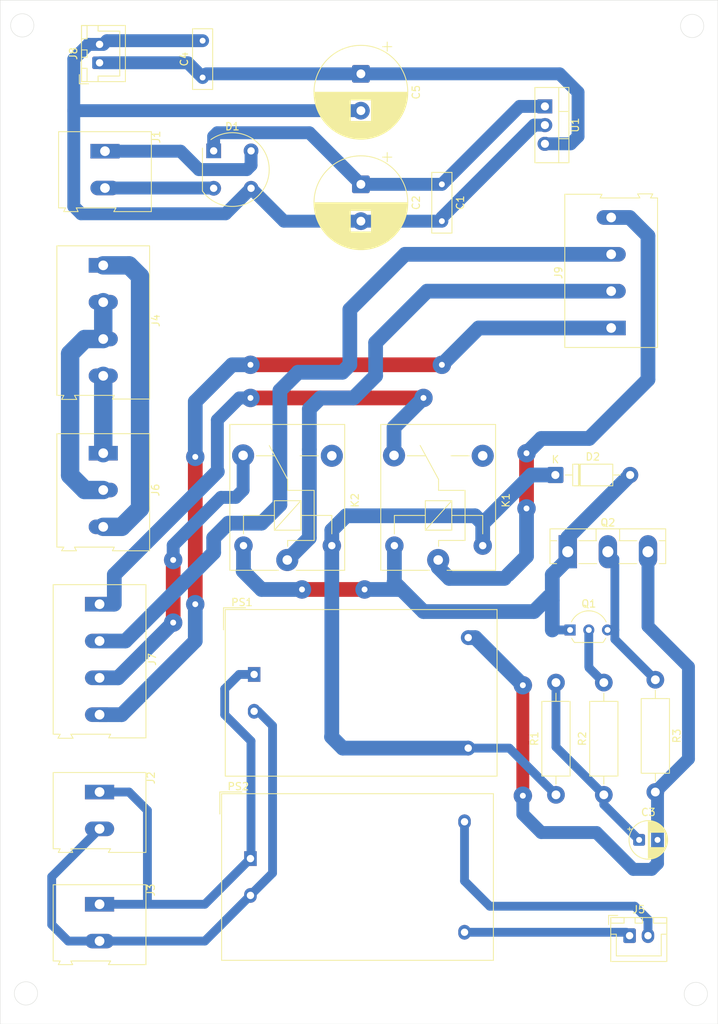
<source format=kicad_pcb>
(kicad_pcb (version 20241229) (generator "pcbnew") (generator_version "9.0")
  (layers (0 "F.Cu" signal) (2 "B.Cu" signal) (13 "F.Paste" user) (15 "B.Paste" user) (5 "F.SilkS" user "F.Silkscreen") (7 "B.SilkS" user "B.Silkscreen") (1 "F.Mask" user) (3 "B.Mask" user) (25 "Edge.Cuts" user))
  (net 0 "")
  (net 1 "Net-(D1-+)")
  (net 2 "Net-(C3-Pad1)")
  (net 3 "0")
  (net 4 "Net-(J8-Pin_1)")
  (net 5 "Net-(J1-Pin_1)")
  (net 6 "Net-(J1-Pin_2)")
  (net 7 "Net-(D2-A)")
  (net 8 "Net-(D2-K)")
  (net 9 "Net-(J2-Pin_2)")
  (net 10 "Net-(J2-Pin_1)")
  (net 11 "Net-(J4-Pin_2)")
  (net 12 "Net-(J4-Pin_4)")
  (net 13 "Net-(J4-Pin_1)")
  (net 14 "Net-(J5-Pin_2)")
  (net 15 "Net-(J5-Pin_1)")
  (net 16 "IN SP R+")
  (net 17 "Net-(J7-Pin_2)")
  (net 18 "Net-(J7-Pin_4)")
  (net 19 "IN SP L+")
  (net 20 "OUT SP L+")
  (net 21 "OUT SP R+")
  (net 24 "Net-(Q1-B)")
  (net 25 "Net-(Q1-E)")
  (net 26 "12V GND")
  (footprint "TerminalBlock:TerminalBlock_Altech_AK300-4_P5.00mm" (layer "F.Cu") (at 28 58 -90)
    (property "Reference" "J4" (at 7.5 -7.15 90) (layer "F.SilkS"))
    (property "Value" "From Trfo Output")
    (pad "1" thru_hole rect (at 0 0 270) (size 1.98 3.96) (drill 1.32) (layers "*.Cu" "*.Mask") (net 13 "Net-(J4-Pin_1)"))
    (pad "2" thru_hole oval (at 5 0 270) (size 1.98 3.96) (drill 1.32) (layers "*.Cu" "*.Mask") (net 11 "Net-(J4-Pin_2)"))
    (pad "3" thru_hole oval (at 10 0 270) (size 1.98 3.96) (drill 1.32) (layers "*.Cu" "*.Mask") (net 11 "Net-(J4-Pin_2)"))
    (pad "4" thru_hole oval (at 15 0 270) (size 1.98 3.96) (drill 1.32) (layers "*.Cu" "*.Mask") (net 12 "Net-(J4-Pin_4)"))
  )
  (footprint "TerminalBlock:TerminalBlock_Altech_AK300-2_P5.00mm" (layer "F.Cu") (at 27.5 144.735 -90)
    (property "Reference" "J3" (at -1.92 -6.99 90) (layer "F.SilkS"))
    (property "Value" "IN 230V AC")
    (pad "1" thru_hole rect (at 0 0 270) (size 1.98 3.96) (drill 1.32) (layers "*.Cu" "*.Mask") (net 10 "Net-(J2-Pin_1)"))
    (pad "2" thru_hole oval (at 5 0 270) (size 1.98 3.96) (drill 1.32) (layers "*.Cu" "*.Mask") (net 9 "Net-(J2-Pin_2)"))
  )
  (footprint "Capacitor_THT:CP_Radial_D5.0mm_P2.50mm" (layer "F.Cu") (at 100.794888 136)
    (property "Reference" "C3" (at 1.25 -3.75 0) (layer "F.SilkS"))
    (property "Value" "47u")
    (pad "1" thru_hole roundrect (at 0 0) (size 1.6 1.6) (drill 0.8) (layers "*.Cu" "*.Mask") (roundrect_rratio 0.15625) (net 2 "Net-(C3-Pad1)"))
    (pad "2" thru_hole circle (at 2.5 0) (size 1.6 1.6) (drill 0.8) (layers "*.Cu" "*.Mask") (net 3 "0"))
  )
  (footprint "Resistor_THT:R_Axial_DIN0411_L9.9mm_D3.6mm_P15.24mm_Horizontal" (layer "F.Cu") (at 89.5 129.88 90)
    (property "Reference" "R1" (at 7.62 -2.92 90) (layer "F.SilkS"))
    (property "Value" "100k")
    (pad "1" thru_hole circle (at 0 0 90) (size 2.4 2.4) (drill 1.2) (layers "*.Cu" "*.Mask") (net 8 "Net-(D2-K)"))
    (pad "2" thru_hole circle (at 15.24 0 90) (size 2.4 2.4) (drill 1.2) (layers "*.Cu" "*.Mask") (net 2 "Net-(C3-Pad1)"))
  )
  (footprint "TerminalBlock:TerminalBlock_Altech_AK300-2_P5.00mm" (layer "F.Cu") (at 28.235 42.5 -90)
    (property "Reference" "J1" (at -1.92 -6.99 90) (layer "F.SilkS"))
    (property "Value" "IN 12V AC")
    (pad "1" thru_hole rect (at 0 0 270) (size 1.98 3.96) (drill 1.32) (layers "*.Cu" "*.Mask") (net 5 "Net-(J1-Pin_1)"))
    (pad "2" thru_hole oval (at 5 0 270) (size 1.98 3.96) (drill 1.32) (layers "*.Cu" "*.Mask") (net 6 "Net-(J1-Pin_2)"))
  )
  (footprint "Resistor_THT:R_Axial_DIN0411_L9.9mm_D3.6mm_P15.24mm_Horizontal" (layer "F.Cu") (at 103 114.26 -90)
    (property "Reference" "R3" (at 7.62 -2.92 90) (layer "F.SilkS"))
    (property "Value" "100k")
    (pad "1" thru_hole circle (at 0 0 270) (size 2.4 2.4) (drill 1.2) (layers "*.Cu" "*.Mask") (net 25 "Net-(Q1-E)"))
    (pad "2" thru_hole circle (at 15.24 0 270) (size 2.4 2.4) (drill 1.2) (layers "*.Cu" "*.Mask") (net 3 "0"))
  )
  (footprint "TerminalBlock:TerminalBlock_Altech_AK300-4_P5.00mm" (layer "F.Cu") (at 27.5 104 -90)
    (property "Reference" "J7" (at 7.5 -7.15 90) (layer "F.SilkS"))
    (property "Value" "From Ampli Output")
    (pad "1" thru_hole rect (at 0 0 270) (size 1.98 3.96) (drill 1.32) (layers "*.Cu" "*.Mask") (net 19 "IN SP L+"))
    (pad "2" thru_hole oval (at 5 0 270) (size 1.98 3.96) (drill 1.32) (layers "*.Cu" "*.Mask") (net 17 "Net-(J7-Pin_2)"))
    (pad "3" thru_hole oval (at 10 0 270) (size 1.98 3.96) (drill 1.32) (layers "*.Cu" "*.Mask") (net 16 "IN SP R+"))
    (pad "4" thru_hole oval (at 15 0 270) (size 1.98 3.96) (drill 1.32) (layers "*.Cu" "*.Mask") (net 18 "Net-(J7-Pin_4)"))
  )
  (footprint "Diode_THT:Diode_Bridge_Round_D9.8mm" (layer "F.Cu") (at 43 42.455)
    (property "Reference" "D1" (at 2.54 -3.302 0) (layer "F.SilkS"))
    (property "Value" "B40C1500G")
    (pad "1" thru_hole rect (at 0 0) (size 2 2) (drill 1) (layers "*.Cu" "*.Mask") (net 1 "Net-(D1-+)"))
    (pad "2" thru_hole oval (at 0 5.08) (size 2 2) (drill 1) (layers "*.Cu" "*.Mask") (net 6 "Net-(J1-Pin_2)"))
    (pad "3" thru_hole oval (at 5.08 5.08) (size 2 2) (drill 1) (layers "*.Cu" "*.Mask") (net 26 "12V GND"))
    (pad "4" thru_hole oval (at 5.08 0) (size 2 2) (drill 1) (layers "*.Cu" "*.Mask") (net 5 "Net-(J1-Pin_1)"))
  )
  (footprint "Diode_THT:D_DO-41_SOD81_P10.16mm_Horizontal" (layer "F.Cu") (at 89.42 86.46)
    (property "Reference" "D2" (at 5.08 -2.47 0) (layer "F.SilkS"))
    (property "Value" "1N4001")
    (fp_text user "K" (at 0 -2.1 0) (layer "F.SilkS"))
    (pad "1" thru_hole roundrect (at 0 0) (size 2.2 2.2) (drill 1.1) (layers "*.Cu" "*.Mask") (roundrect_rratio 0.113636) (net 8 "Net-(D2-K)"))
    (pad "2" thru_hole circle (at 10.16 0) (size 2.2 2.2) (drill 1.1) (layers "*.Cu" "*.Mask") (net 7 "Net-(D2-A)"))
  )
  (footprint "Capacitor_THT:CP_Radial_D12.5mm_P5.00mm" (layer "F.Cu") (at 63 47 -90)
    (property "Reference" "C2" (at 2.5 -7.5 90) (layer "F.SilkS"))
    (property "Value" "2200uF")
    (pad "1" thru_hole roundrect (at 0 0 270) (size 2.4 2.4) (drill 1.2) (layers "*.Cu" "*.Mask") (roundrect_rratio 0.104167) (net 1 "Net-(D1-+)"))
    (pad "2" thru_hole circle (at 5 0 270) (size 2.4 2.4) (drill 1.2) (layers "*.Cu" "*.Mask") (net 26 "12V GND"))
  )
  (footprint "Converter_ACDC:Converter_ACDC_Hi-Link_HLK-PMxx" (layer "F.Cu") (at 48.4975 113.5375)
    (property "Reference" "PS1" (at -1.66 -9.79 0) (layer "F.SilkS"))
    (property "Value" "HLK-PM01")
    (pad "1" thru_hole rect (at 0 0) (size 1.7 2) (drill 1) (layers "*.Cu" "*.Mask") (net 10 "Net-(J2-Pin_1)"))
    (pad "2" thru_hole oval (at 0 5) (size 1.7 2) (drill 1) (layers "*.Cu" "*.Mask") (net 9 "Net-(J2-Pin_2)"))
    (pad "3" thru_hole oval (at 29.08 -5) (size 1.7 2) (drill 1) (layers "*.Cu" "*.Mask") (net 3 "0"))
    (pad "4" thru_hole oval (at 29.08 10) (size 1.7 2) (drill 1) (layers "*.Cu" "*.Mask") (net 8 "Net-(D2-K)"))
  )
  (footprint "Connector_JST:JST_XH_B2B-XH-A_1x02_P2.50mm_Vertical" (layer "F.Cu") (at 99.5 149)
    (property "Reference" "J5" (at 1.25 -3.55 0) (layer "F.SilkS"))
    (property "Value" "OUT 5V CC")
    (pad "1" thru_hole roundrect (at 0 0) (size 1.7 2) (drill 1) (layers "*.Cu" "*.Mask") (roundrect_rratio 0.147059) (net 15 "Net-(J5-Pin_1)"))
    (pad "2" thru_hole oval (at 2.5 0) (size 1.7 2) (drill 1) (layers "*.Cu" "*.Mask") (net 14 "Net-(J5-Pin_2)"))
  )
  (footprint "Resistor_THT:R_Axial_DIN0411_L9.9mm_D3.6mm_P15.24mm_Horizontal" (layer "F.Cu") (at 96 129.88 90)
    (property "Reference" "R2" (at 7.62 -2.92 90) (layer "F.SilkS"))
    (property "Value" "10k")
    (pad "1" thru_hole circle (at 0 0 90) (size 2.4 2.4) (drill 1.2) (layers "*.Cu" "*.Mask") (net 2 "Net-(C3-Pad1)"))
    (pad "2" thru_hole circle (at 15.24 0 90) (size 2.4 2.4) (drill 1.2) (layers "*.Cu" "*.Mask") (net 24 "Net-(Q1-B)"))
  )
  (footprint "Connector_JST:JST_XH_B2B-XH-A_1x02_P2.50mm_Vertical" (layer "F.Cu") (at 27.5 30.5 90)
    (property "Reference" "J8" (at 1.25 -3.55 90) (layer "F.SilkS"))
    (property "Value" "OUT 12V CC")
    (pad "1" thru_hole roundrect (at 0 0 90) (size 1.7 2) (drill 1) (layers "*.Cu" "*.Mask") (roundrect_rratio 0.147059) (net 4 "Net-(J8-Pin_1)"))
    (pad "2" thru_hole oval (at 2.5 0 90) (size 1.7 2) (drill 1) (layers "*.Cu" "*.Mask") (net 26 "12V GND"))
  )
  (footprint "TerminalBlock:TerminalBlock_Altech_AK300-3_P5.00mm" (layer "F.Cu") (at 28 83.5 -90)
    (property "Reference" "J6" (at 5 -7.1 90) (layer "F.SilkS"))
    (property "Value" "To Power Ampli Power IN")
    (pad "1" thru_hole rect (at 0 0 270) (size 1.98 3.96) (drill 1.32) (layers "*.Cu" "*.Mask") (net 12 "Net-(J4-Pin_4)"))
    (pad "2" thru_hole oval (at 5 0 270) (size 1.98 3.96) (drill 1.32) (layers "*.Cu" "*.Mask") (net 11 "Net-(J4-Pin_2)"))
    (pad "3" thru_hole oval (at 10 0 270) (size 1.98 3.96) (drill 1.32) (layers "*.Cu" "*.Mask") (net 13 "Net-(J4-Pin_1)"))
  )
  (footprint "Capacitor_THT:C_Disc_D8.0mm_W2.5mm_P5.00mm" (layer "F.Cu") (at 41.5 32.5 90)
    (property "Reference" "C4" (at 2.5 -2.5 90) (layer "F.SilkS"))
    (property "Value" "100nF")
    (pad "1" thru_hole circle (at 0 0 90) (size 1.6 1.6) (drill 0.8) (layers "*.Cu" "*.Mask") (net 4 "Net-(J8-Pin_1)"))
    (pad "2" thru_hole circle (at 5 0 90) (size 1.6 1.6) (drill 0.8) (layers "*.Cu" "*.Mask") (net 26 "12V GND"))
  )
  (footprint "Capacitor_THT:C_Disc_D8.0mm_W2.5mm_P5.00mm" (layer "F.Cu") (at 74 47 -90)
    (property "Reference" "C1" (at 2.5 -2.5 90) (layer "F.SilkS"))
    (property "Value" "100nF")
    (pad "1" thru_hole circle (at 0 0 270) (size 1.6 1.6) (drill 0.8) (layers "*.Cu" "*.Mask") (net 1 "Net-(D1-+)"))
    (pad "2" thru_hole circle (at 5 0 270) (size 1.6 1.6) (drill 0.8) (layers "*.Cu" "*.Mask") (net 26 "12V GND"))
  )
  (footprint "TerminalBlock:TerminalBlock_Altech_AK300-2_P5.00mm" (layer "F.Cu") (at 27.5 129.5 -90)
    (property "Reference" "J2" (at -1.92 -6.99 90) (layer "F.SilkS"))
    (property "Value" "OUT 230V AC")
    (pad "1" thru_hole rect (at 0 0 270) (size 1.98 3.96) (drill 1.32) (layers "*.Cu" "*.Mask") (net 10 "Net-(J2-Pin_1)"))
    (pad "2" thru_hole oval (at 5 0 270) (size 1.98 3.96) (drill 1.32) (layers "*.Cu" "*.Mask") (net 9 "Net-(J2-Pin_2)"))
  )
  (footprint "Relay_THT:Relay_SPDT_SANYOU_SRD_Series_Form_C" (layer "F.Cu") (at 53 98 90)
    (property "Reference" "K2" (at 8.1 9.2 90) (layer "F.SilkS"))
    (property "Value" "SANYOU_SRD_Form_C")
    (pad "1" thru_hole circle (at 0 0 180) (size 3 3) (drill 1.3) (layers "*.Cu" "*.Mask") (net 21 "OUT SP R+"))
    (pad "2" thru_hole circle (at 1.95 6.05 180) (size 2.5 2.5) (drill 1) (layers "*.Cu" "*.Mask") (net 8 "Net-(D2-K)"))
    (pad "3" thru_hole circle (at 14.15 6.05 180) (size 3 3) (drill 1.3) (layers "*.Cu" "*.Mask"))
    (pad "4" thru_hole circle (at 14.2 -6 180) (size 3 3) (drill 1.3) (layers "*.Cu" "*.Mask") (net 16 "IN SP R+"))
    (pad "5" thru_hole circle (at 1.95 -5.95 180) (size 2.5 2.5) (drill 1) (layers "*.Cu" "*.Mask") (net 7 "Net-(D2-A)"))
  )
  (footprint "Package_TO_SOT_THT:TO-220-3_Vertical" (layer "F.Cu") (at 88 36.42 -90)
    (property "Reference" "U1" (at 2.54 -4.1 90) (layer "F.SilkS"))
    (property "Value" "LM7812_TO220")
    (pad "1" thru_hole rect (at 0 0 270) (size 1.905 2) (drill 1.1) (layers "*.Cu" "*.Mask") (net 1 "Net-(D1-+)"))
    (pad "2" thru_hole oval (at 2.54 0 270) (size 1.905 2) (drill 1.1) (layers "*.Cu" "*.Mask") (net 26 "12V GND"))
    (pad "3" thru_hole oval (at 5.08 0 270) (size 1.905 2) (drill 1.1) (layers "*.Cu" "*.Mask") (net 4 "Net-(J8-Pin_1)"))
  )
  (footprint "Converter_ACDC:Converter_ACDC_Hi-Link_HLK-PMxx" (layer "F.Cu") (at 47.9975 138.5375)
    (property "Reference" "PS2" (at -1.66 -9.79 0) (layer "F.SilkS"))
    (property "Value" "HLK-PM01")
    (pad "1" thru_hole rect (at 0 0) (size 1.7 2) (drill 1) (layers "*.Cu" "*.Mask") (net 10 "Net-(J2-Pin_1)"))
    (pad "2" thru_hole oval (at 0 5) (size 1.7 2) (drill 1) (layers "*.Cu" "*.Mask") (net 9 "Net-(J2-Pin_2)"))
    (pad "3" thru_hole oval (at 29.08 -5) (size 1.7 2) (drill 1) (layers "*.Cu" "*.Mask") (net 14 "Net-(J5-Pin_2)"))
    (pad "4" thru_hole oval (at 29.08 10) (size 1.7 2) (drill 1) (layers "*.Cu" "*.Mask") (net 15 "Net-(J5-Pin_1)"))
  )
  (footprint "Package_TO_SOT_THT:TO-3P-3_Vertical" (layer "F.Cu") (at 91.1 96.88)
    (property "Reference" "Q2" (at 5.45 -3.95 0) (layer "F.SilkS"))
    (property "Value" "NPN")
    (pad "1" thru_hole rect (at 0 0) (size 2.5 4.5) (drill 1.5) (layers "*.Cu" "*.Mask") (net 7 "Net-(D2-A)"))
    (pad "2" thru_hole oval (at 5.45 0) (size 2.5 4.5) (drill 1.5) (layers "*.Cu" "*.Mask") (net 25 "Net-(Q1-E)"))
    (pad "3" thru_hole oval (at 10.9 0) (size 2.5 4.5) (drill 1.5) (layers "*.Cu" "*.Mask") (net 3 "0"))
  )
  (footprint "Relay_THT:Relay_SPDT_SANYOU_SRD_Series_Form_C" (layer "F.Cu") (at 73.5 98 90)
    (property "Reference" "K1" (at 8.1 9.2 90) (layer "F.SilkS"))
    (property "Value" "SANYOU_SRD_Form_C")
    (pad "1" thru_hole circle (at 0 0 180) (size 3 3) (drill 1.3) (layers "*.Cu" "*.Mask") (net 20 "OUT SP L+"))
    (pad "2" thru_hole circle (at 1.95 6.05 180) (size 2.5 2.5) (drill 1) (layers "*.Cu" "*.Mask") (net 8 "Net-(D2-K)"))
    (pad "3" thru_hole circle (at 14.15 6.05 180) (size 3 3) (drill 1.3) (layers "*.Cu" "*.Mask"))
    (pad "4" thru_hole circle (at 14.2 -6 180) (size 3 3) (drill 1.3) (layers "*.Cu" "*.Mask") (net 19 "IN SP L+"))
    (pad "5" thru_hole circle (at 1.95 -5.95 180) (size 2.5 2.5) (drill 1) (layers "*.Cu" "*.Mask") (net 7 "Net-(D2-A)"))
  )
  (footprint "Capacitor_THT:CP_Radial_D12.5mm_P5.00mm" (layer "F.Cu") (at 63 32 -90)
    (property "Reference" "C5" (at 2.5 -7.5 90) (layer "F.SilkS"))
    (property "Value" "2200uF")
    (pad "1" thru_hole roundrect (at 0 0 270) (size 2.4 2.4) (drill 1.2) (layers "*.Cu" "*.Mask") (roundrect_rratio 0.104167) (net 4 "Net-(J8-Pin_1)"))
    (pad "2" thru_hole circle (at 5 0 270) (size 2.4 2.4) (drill 1.2) (layers "*.Cu" "*.Mask") (net 26 "12V GND"))
  )
  (footprint "Package_TO_SOT_THT:TO-92L_Inline_Wide" (layer "F.Cu") (at 91.42 107.5)
    (property "Reference" "Q1" (at 2.54 -3.56 0) (layer "F.SilkS"))
    (property "Value" "NPN")
    (pad "1" thru_hole rect (at 0 0) (size 1.5 1.5) (drill 0.8) (layers "*.Cu" "*.Mask") (net 7 "Net-(D2-A)"))
    (pad "2" thru_hole circle (at 2.54 0) (size 1.5 1.5) (drill 0.8) (layers "*.Cu" "*.Mask") (net 24 "Net-(Q1-B)"))
    (pad "3" thru_hole circle (at 5.08 0) (size 1.5 1.5) (drill 0.8) (layers "*.Cu" "*.Mask") (net 25 "Net-(Q1-E)"))
  )
  (footprint "TerminalBlock:TerminalBlock_Altech_AK300-4_P5.00mm" (layer "F.Cu") (at 97 66.5 90)
    (property "Reference" "J9" (at 7.5 -7.15 90) (layer "F.SilkS"))
    (property "Value" "To Speakers")
    (pad "1" thru_hole rect (at 0 0 90) (size 1.98 3.96) (drill 1.32) (layers "*.Cu" "*.Mask") (net 18 "Net-(J7-Pin_4)"))
    (pad "2" thru_hole oval (at 5 0 90) (size 1.98 3.96) (drill 1.32) (layers "*.Cu" "*.Mask") (net 21 "OUT SP R+"))
    (pad "3" thru_hole oval (at 10 0 90) (size 1.98 3.96) (drill 1.32) (layers "*.Cu" "*.Mask") (net 17 "Net-(J7-Pin_2)"))
    (pad "4" thru_hole oval (at 15 0 90) (size 1.98 3.96) (drill 1.32) (layers "*.Cu" "*.Mask") (net 20 "OUT SP L+"))
  )
  (gr_circle (center 108.5 156.918861) (end 107 157.418861) (stroke (width 0.05)) (fill no) (layer "Edge.Cuts"))
  (gr_circle (center 17.5 156.837722) (end 16 157.337722) (stroke (width 0.05)) (fill no) (layer "Edge.Cuts"))
  (gr_circle (center 17 25.418861) (end 15.5 25.918861) (stroke (width 0.05)) (fill no) (layer "Edge.Cuts"))
  (gr_rect (start 14 22) (end 111.5 161) (stroke (width 0.05)) (fill no) (layer "Edge.Cuts"))
  (gr_circle (center 108 25.5) (end 106.5 26) (stroke (width 0.05)) (fill no) (layer "Edge.Cuts"))
  (segment (start 88 36.42) (end 84.58 36.42) (width 1.75) (layer "B.Cu") (net 1))
  (segment (start 56 40) (end 63 47) (width 1.75) (layer "B.Cu") (net 1))
  (segment (start 43 40.5) (end 43.5 40) (width 1.75) (layer "B.Cu") (net 1))
  (segment (start 43 42.455) (end 43 40.5) (width 1.75) (layer "B.Cu") (net 1))
  (segment (start 84.58 36.42) (end 74 47) (width 1.75) (layer "B.Cu") (net 1))
  (segment (start 63 47) (end 74 47) (width 1.75) (layer "B.Cu") (net 1))
  (segment (start 43.5 40) (end 56 40) (width 1.75) (layer "B.Cu") (net 1))
  (segment (start 89.5 123.38) (end 96 129.88) (width 1.2) (layer "B.Cu") (net 2))
  (segment (start 96 129.88) (end 96 131.205112) (width 1.2) (layer "B.Cu") (net 2))
  (segment (start 89.5 114.64) (end 89.5 123.38) (width 1.2) (layer "B.Cu") (net 2))
  (segment (start 96 131.205112) (end 100.794888 136) (width 1.2) (layer "B.Cu") (net 2))
  (segment (start 85 115) (end 85 130) (width 1.75) (layer "F.Cu") (net 3))
  (via (at 85 130) (size 2.5) (drill 0.8) (layers "F.Cu" "B.Cu") (net 3))
  (via (at 85 115) (size 2.5) (drill 0.8) (layers "F.Cu" "B.Cu") (net 3))
  (segment (start 107.5 125) (end 103 129.5) (width 1.75) (layer "B.Cu") (net 3))
  (segment (start 85 130) (end 85 132.5) (width 1.75) (layer "B.Cu") (net 3))
  (segment (start 103.294888 136) (end 103.294888 129.794888) (width 1.75) (layer "B.Cu") (net 3))
  (segment (start 102 96.88) (end 102 107) (width 1.75) (layer "B.Cu") (net 3))
  (segment (start 100 140) (end 102.5 140) (width 1.75) (layer "B.Cu") (net 3))
  (segment (start 102.5 140) (end 103.294888 139.205112) (width 1.75) (layer "B.Cu") (net 3))
  (segment (start 103.294888 129.794888) (end 103 129.5) (width 1.2) (layer "B.Cu") (net 3))
  (segment (start 95 135) (end 100 140) (width 1.75) (layer "B.Cu") (net 3))
  (segment (start 77.5775 108.5375) (end 78.5375 108.5375) (width 2) (layer "B.Cu") (net 3))
  (segment (start 85 132.5) (end 87.5 135) (width 1.75) (layer "B.Cu") (net 3))
  (segment (start 102 107) (end 107.5 112.5) (width 1.75) (layer "B.Cu") (net 3))
  (segment (start 107.5 112.5) (end 107.5 125) (width 1.75) (layer "B.Cu") (net 3))
  (segment (start 78.5375 108.5375) (end 85 115) (width 2) (layer "B.Cu") (net 3))
  (segment (start 103.294888 139.205112) (end 103.294888 136) (width 1.75) (layer "B.Cu") (net 3))
  (segment (start 87.5 135) (end 95 135) (width 1.75) (layer "B.Cu") (net 3))
  (segment (start 42 32) (end 41.5 32.5) (width 1.2) (layer "B.Cu") (net 4))
  (segment (start 88 41.5) (end 91.5 41.5) (width 1.75) (layer "B.Cu") (net 4))
  (segment (start 91.5 41.5) (end 92.5 40.5) (width 1.75) (layer "B.Cu") (net 4))
  (segment (start 92.5 40.5) (end 92.5 34.5) (width 1.75) (layer "B.Cu") (net 4))
  (segment (start 39.5 30.5) (end 41.5 32.5) (width 1.75) (layer "B.Cu") (net 4))
  (segment (start 92.5 34.5) (end 90 32) (width 1.75) (layer "B.Cu") (net 4))
  (segment (start 90 32) (end 63 32) (width 1.75) (layer "B.Cu") (net 4))
  (segment (start 63 32) (end 42 32) (width 1.75) (layer "B.Cu") (net 4))
  (segment (start 27.5 30.5) (end 39.5 30.5) (width 1.75) (layer "B.Cu") (net 4))
  (segment (start 41 45) (end 47.5 45) (width 1.75) (layer "B.Cu") (net 5))
  (segment (start 28.235 42.5) (end 38.5 42.5) (width 1.75) (layer "B.Cu") (net 5))
  (segment (start 38.5 42.5) (end 41 45) (width 1.75) (layer "B.Cu") (net 5))
  (segment (start 47.5 45) (end 48.08 44.42) (width 1.75) (layer "B.Cu") (net 5))
  (segment (start 48.08 44.42) (end 48.08 42.455) (width 1.75) (layer "B.Cu") (net 5))
  (segment (start 28.235 47.5) (end 42.965 47.5) (width 1.75) (layer "B.Cu") (net 6))
  (segment (start 42.965 47.5) (end 43 47.535) (width 1.2) (layer "B.Cu") (net 6))
  (segment (start 55 102) (end 63.5 102) (width 2) (layer "F.Cu") (net 7))
  (via (at 55 102) (size 2.5) (drill 0.8) (layers "F.Cu" "B.Cu") (net 7))
  (via (at 63.5 102) (size 2.5) (drill 0.8) (layers "F.Cu" "B.Cu") (net 7))
  (segment (start 68.25 101.75) (end 71.5 105) (width 2) (layer "B.Cu") (net 7))
  (segment (start 67.55 96.05) (end 67.55 100.95) (width 2) (layer "B.Cu") (net 7))
  (segment (start 91.42 107.5) (end 89 107.5) (width 1.2) (layer "B.Cu") (net 7))
  (segment (start 47.05 99.45) (end 47.05 96.05) (width 2) (layer "B.Cu") (net 7))
  (segment (start 68 102) (end 68.25 101.75) (width 2) (layer "B.Cu") (net 7))
  (segment (start 91.1 97.9) (end 91.1 96.88) (width 1.2) (layer "B.Cu") (net 7))
  (segment (start 67.55 100.95) (end 67.5 101) (width 1.2) (layer "B.Cu") (net 7))
  (segment (start 67.5 101) (end 68.25 101.75) (width 2) (layer "B.Cu") (net 7))
  (segment (start 89 107.5) (end 89 103.5) (width 2) (layer "B.Cu") (net 7))
  (segment (start 91.1 96.88) (end 91.1 94.94) (width 1.2) (layer "B.Cu") (net 7))
  (segment (start 63.5 102) (end 68 102) (width 2) (layer "B.Cu") (net 7))
  (segment (start 49.5 102) (end 47 99.5) (width 2) (layer "B.Cu") (net 7))
  (segment (start 91.1 94.94) (end 99.58 86.46) (width 2) (layer "B.Cu") (net 7))
  (segment (start 88.5 103) (end 89 103.5) (width 1.2) (layer "B.Cu") (net 7))
  (segment (start 47 99.5) (end 47.05 99.45) (width 1.2) (layer "B.Cu") (net 7))
  (segment (start 86.5 105) (end 88.5 103) (width 2) (layer "B.Cu") (net 7))
  (segment (start 55 102) (end 49.5 102) (width 2) (layer "B.Cu") (net 7))
  (segment (start 89 100) (end 91.1 97.9) (width 2) (layer "B.Cu") (net 7))
  (segment (start 71.5 105) (end 86.5 105) (width 2) (layer "B.Cu") (net 7))
  (segment (start 89 103.5) (end 89 100) (width 2) (layer "B.Cu") (net 7))
  (segment (start 79.55 96.05) (end 79.55 93.05) (width 2) (layer "B.Cu") (net 8))
  (segment (start 60.5375 123.5375) (end 59 122) (width 2) (layer "B.Cu") (net 8))
  (segment (start 77.5775 123.5375) (end 83.1575 123.5375) (width 1.2) (layer "B.Cu") (net 8))
  (segment (start 59.05 93.95) (end 59.05 96.05) (width 2) (layer "B.Cu") (net 8))
  (segment (start 83.1575 123.5375) (end 89.5 129.88) (width 1.2) (layer "B.Cu") (net 8))
  (segment (start 78.5 92) (end 61 92) (width 2) (layer "B.Cu") (net 8))
  (segment (start 59 122) (end 59.05 121.95) (width 1.2) (layer "B.Cu") (net 8))
  (segment (start 86.14 86.46) (end 79.55 93.05) (width 2) (layer "B.Cu") (net 8))
  (segment (start 89.42 86.46) (end 86.14 86.46) (width 2) (layer "B.Cu") (net 8))
  (segment (start 77.5775 123.5375) (end 60.5375 123.5375) (width 2) (layer "B.Cu") (net 8))
  (segment (start 61 92) (end 59.05 93.95) (width 2) (layer "B.Cu") (net 8))
  (segment (start 59.05 121.95) (end 59.05 96.05) (width 2) (layer "B.Cu") (net 8))
  (segment (start 79.55 93.05) (end 78.5 92) (width 2) (layer "B.Cu") (net 8))
  (segment (start 51 120.5) (end 49.0375 118.5375) (width 1.2) (layer "B.Cu") (net 9))
  (segment (start 23.235 149.735) (end 27.5 149.735) (width 1.2) (layer "B.Cu") (net 9))
  (segment (start 21 141) (end 21 147.5) (width 1.2) (layer "B.Cu") (net 9))
  (segment (start 21 147.5) (end 23.235 149.735) (width 1.2) (layer "B.Cu") (net 9))
  (segment (start 47.9975 143.5375) (end 47.9975 143.5025) (width 1.2) (layer "B.Cu") (net 9))
  (segment (start 27.5 149.735) (end 41.8 149.735) (width 1.2) (layer "B.Cu") (net 9))
  (segment (start 41.8 149.735) (end 47.9975 143.5375) (width 1.2) (layer "B.Cu") (net 9))
  (segment (start 47.9975 143.5025) (end 51 140.5) (width 1.2) (layer "B.Cu") (net 9))
  (segment (start 51 140.5) (end 51 120.5) (width 1.2) (layer "B.Cu") (net 9))
  (segment (start 49.0375 118.5375) (end 48.4975 118.5375) (width 1.2) (layer "B.Cu") (net 9))
  (segment (start 27.5 134.5) (end 21 141) (width 1.2) (layer "B.Cu") (net 9))
  (segment (start 34 132) (end 34 144.735) (width 1.2) (layer "B.Cu") (net 10))
  (segment (start 48.0725 122.5725) (end 44.5 119) (width 1.2) (layer "B.Cu") (net 10))
  (segment (start 46.4625 113.5375) (end 48.4975 113.5375) (width 1.2) (layer "B.Cu") (net 10))
  (segment (start 44.5 115.5) (end 46.4625 113.5375) (width 1.2) (layer "B.Cu") (net 10))
  (segment (start 48.0725 138.4625) (end 48.0725 122.5725) (width 1.2) (layer "B.Cu") (net 10))
  (segment (start 34 144.735) (end 41.8 144.735) (width 1.2) (layer "B.Cu") (net 10))
  (segment (start 27.5 144.735) (end 34 144.735) (width 1.2) (layer "B.Cu") (net 10))
  (segment (start 27.5 129.5) (end 31.5 129.5) (width 1.2) (layer "B.Cu") (net 10))
  (segment (start 41.8 144.735) (end 47.9975 138.5375) (width 1.2) (layer "B.Cu") (net 10))
  (segment (start 44.5 119) (end 44.5 115.5) (width 1.2) (layer "B.Cu") (net 10))
  (segment (start 47.9975 138.5375) (end 48.0725 138.4625) (width 1.2) (layer "B.Cu") (net 10))
  (segment (start 31.5 129.5) (end 34 132) (width 1.2) (layer "B.Cu") (net 10))
  (segment (start 23.5 70) (end 23.5 86.5) (width 2.5) (layer "B.Cu") (net 11))
  (segment (start 28 63) (end 28 68) (width 2.5) (layer "B.Cu") (net 11))
  (segment (start 23.5 86.5) (end 25.5 88.5) (width 2.5) (layer "B.Cu") (net 11))
  (segment (start 25.5 68) (end 23.5 70) (width 2.5) (layer "B.Cu") (net 11))
  (segment (start 28 68) (end 25.5 68) (width 2.5) (layer "B.Cu") (net 11))
  (segment (start 25.5 88.5) (end 28 88.5) (width 2.5) (layer "B.Cu") (net 11))
  (segment (start 28 73) (end 28 83.5) (width 2.5) (layer "B.Cu") (net 12))
  (segment (start 31.5 58) (end 28 58) (width 2.5) (layer "B.Cu") (net 13))
  (segment (start 33 59.5) (end 31.5 58) (width 2.5) (layer "B.Cu") (net 13))
  (segment (start 28 93.5) (end 30.5 93.5) (width 2.5) (layer "B.Cu") (net 13))
  (segment (start 33 91) (end 33 59.5) (width 2.5) (layer "B.Cu") (net 13))
  (segment (start 30.5 93.5) (end 33 91) (width 2.5) (layer "B.Cu") (net 13))
  (segment (start 77.0775 133.5375) (end 77.0775 141.5775) (width 1.2) (layer "B.Cu") (net 14))
  (segment (start 80.5 145) (end 100.2 145) (width 1.2) (layer "B.Cu") (net 14))
  (segment (start 100.2 145) (end 102 146.8) (width 1.2) (layer "B.Cu") (net 14))
  (segment (start 77.0775 141.5775) (end 80.5 145) (width 1.2) (layer "B.Cu") (net 14))
  (segment (start 102 146.8) (end 102 149) (width 1.2) (layer "B.Cu") (net 14))
  (segment (start 77.0775 148.5375) (end 99.0375 148.5375) (width 1.2) (layer "B.Cu") (net 15))
  (segment (start 99.0375 148.5375) (end 99.5 149) (width 1.2) (layer "B.Cu") (net 15))
  (segment (start 37.5 106.5) (end 37.5 98) (width 2) (layer "F.Cu") (net 16))
  (segment (start 37.5 98) (end 37.5 97.5) (width 1.2) (layer "F.Cu") (net 16))
  (via (at 37.5 98) (size 2.5) (drill 0.8) (layers "F.Cu" "B.Cu") (net 16))
  (via (at 37.5 106.5) (size 2.5) (drill 0.8) (layers "F.Cu" "B.Cu") (net 16))
  (segment (start 47 83.8) (end 47 88.5) (width 1.75) (layer "B.Cu") (net 16))
  (segment (start 44 89.5) (end 37.5 96) (width 1.75) (layer "B.Cu") (net 16))
  (segment (start 46 89.5) (end 44 89.5) (width 1.75) (layer "B.Cu") (net 16))
  (segment (start 30 114) (end 37.5 106.5) (width 2) (layer "B.Cu") (net 16))
  (segment (start 37.5 96) (end 37.5 98) (width 1.75) (layer "B.Cu") (net 16))
  (segment (start 47 88.5) (end 46 89.5) (width 1.75) (layer "B.Cu") (net 16))
  (segment (start 27.5 114) (end 30 114) (width 2) (layer "B.Cu") (net 16))
  (segment (start 60.484762 72.515238) (end 54.451 72.515238) (width 2) (layer "B.Cu") (net 17))
  (segment (start 69 56.5) (end 61.5 64) (width 2) (layer "B.Cu") (net 17))
  (segment (start 43 97) (end 31 109) (width 2) (layer "B.Cu") (net 17))
  (segment (start 54.451 72.515238) (end 54.451 72.549) (width 2) (layer "B.Cu") (net 17))
  (segment (start 61.5 64) (end 61.5 71.5) (width 2) (layer "B.Cu") (net 17))
  (segment (start 52 90.5) (end 49.5 93) (width 2) (layer "B.Cu") (net 17))
  (segment (start 45 93) (end 43 95) (width 2) (layer "B.Cu") (net 17))
  (segment (start 43 95) (end 43 97) (width 2) (layer "B.Cu") (net 17))
  (segment (start 97 56.5) (end 69 56.5) (width 2) (layer "B.Cu") (net 17))
  (segment (start 54.451 72.549) (end 52 75) (width 2) (layer "B.Cu") (net 17))
  (segment (start 52 75) (end 52 90.5) (width 2) (layer "B.Cu") (net 17))
  (segment (start 31 109) (end 27.5 109) (width 2) (layer "B.Cu") (net 17))
  (segment (start 49.5 93) (end 45 93) (width 2) (layer "B.Cu") (net 17))
  (segment (start 61.5 71.5) (end 60.484762 72.515238) (width 2) (layer "B.Cu") (net 17))
  (segment (start 40.5 104) (end 40.5 84) (width 2) (layer "F.Cu") (net 18))
  (segment (start 74 71.5) (end 48 71.5) (width 2) (layer "F.Cu") (net 18))
  (via (at 40.5 84) (size 2.5) (drill 0.8) (layers "F.Cu" "B.Cu") (net 18))
  (via (at 74 71.5) (size 2.5) (drill 0.8) (layers "F.Cu" "B.Cu") (net 18))
  (via (at 48 71.5) (size 2.5) (drill 0.8) (layers "F.Cu" "B.Cu") (net 18))
  (via (at 40.5 104) (size 2.5) (drill 0.8) (layers "F.Cu" "B.Cu") (net 18))
  (segment (start 40.5 109) (end 30.5 119) (width 2) (layer "B.Cu") (net 18))
  (segment (start 74 71.5) (end 79 66.5) (width 2) (layer "B.Cu") (net 18))
  (segment (start 40.5 104) (end 40.5 109) (width 2) (layer "B.Cu") (net 18))
  (segment (start 40.5 84) (end 40.5 76.5) (width 2) (layer "B.Cu") (net 18))
  (segment (start 45.5 71.5) (end 48 71.5) (width 2) (layer "B.Cu") (net 18))
  (segment (start 30.5 119) (end 27.5 119) (width 2) (layer "B.Cu") (net 18))
  (segment (start 40.5 76.5) (end 45.5 71.5) (width 2) (layer "B.Cu") (net 18))
  (segment (start 79 66.5) (end 97 66.5) (width 2) (layer "B.Cu") (net 18))
  (segment (start 48 76) (end 71.5 76) (width 2) (layer "F.Cu") (net 19))
  (via (at 48 76) (size 2.5) (drill 0.8) (layers "F.Cu" "B.Cu") (net 19))
  (via (at 71.5 76) (size 2.5) (drill 0.8) (layers "F.Cu" "B.Cu") (net 19))
  (segment (start 43.5 86) (end 43.5 79) (width 1.75) (layer "B.Cu") (net 19))
  (segment (start 29.5 104) (end 29.5 100) (width 2) (layer "B.Cu") (net 19))
  (segment (start 46.5 76) (end 48 76) (width 1.75) (layer "B.Cu") (net 19))
  (segment (start 27.5 104) (end 29.5 104) (width 2) (layer "B.Cu") (net 19))
  (segment (start 67.5 80) (end 67.5 83.8) (width 2) (layer "B.Cu") (net 19))
  (segment (start 71.5 76) (end 67.5 80) (width 2) (layer "B.Cu") (net 19))
  (segment (start 43.5 79) (end 46.5 76) (width 1.75) (layer "B.Cu") (net 19))
  (segment (start 29.5 100) (end 43.5 86) (width 2) (layer "B.Cu") (net 19))
  (segment (start 85.5 91) (end 85.5 83.5) (width 2) (layer "F.Cu") (net 20))
  (via (at 85.5 83.5) (size 2.5) (drill 0.8) (layers "F.Cu" "B.Cu") (net 20))
  (via (at 85.5 91) (size 2.5) (drill 0.8) (layers "F.Cu" "B.Cu") (net 20))
  (segment (start 73.5 98) (end 73.5 99) (width 2) (layer "B.Cu") (net 20))
  (segment (start 83 100) (end 85.5 97.5) (width 2) (layer "B.Cu") (net 20))
  (segment (start 85.5 83.5) (end 87.5 81.5) (width 2) (layer "B.Cu") (net 20))
  (segment (start 85.5 97.5) (end 85.5 91) (width 2) (layer "B.Cu") (net 20))
  (segment (start 102 54) (end 99.5 51.5) (width 2) (layer "B.Cu") (net 20))
  (segment (start 102 73.5) (end 102 54) (width 2) (layer "B.Cu") (net 20))
  (segment (start 99.5 51.5) (end 97 51.5) (width 2) (layer "B.Cu") (net 20))
  (segment (start 82.5 100.5) (end 83 100) (width 1.2) (layer "B.Cu") (net 20))
  (segment (start 94 81.5) (end 102 73.5) (width 2) (layer "B.Cu") (net 20))
  (segment (start 73.5 99) (end 75 100.5) (width 2) (layer "B.Cu") (net 20))
  (segment (start 75 100.5) (end 82.5 100.5) (width 2) (layer "B.Cu") (net 20))
  (segment (start 87.5 81.5) (end 94 81.5) (width 2) (layer "B.Cu") (net 20))
  (segment (start 72 61.5) (end 65 68.5) (width 2) (layer "B.Cu") (net 21))
  (segment (start 56 83) (end 56 95) (width 2) (layer "B.Cu") (net 21))
  (segment (start 56 77.5) (end 56 83) (width 2) (layer "B.Cu") (net 21))
  (segment (start 65 68.5) (end 65 73) (width 2) (layer "B.Cu") (net 21))
  (segment (start 56 95) (end 53 98) (width 2) (layer "B.Cu") (net 21))
  (segment (start 65 73) (end 62 76) (width 2) (layer "B.Cu") (net 21))
  (segment (start 62 76) (end 57.5 76) (width 2) (layer "B.Cu") (net 21))
  (segment (start 57.5 76) (end 56 77.5) (width 2) (layer "B.Cu") (net 21))
  (segment (start 97 61.5) (end 72 61.5) (width 2) (layer "B.Cu") (net 21))
  (segment (start 94 112.64) (end 96 114.64) (width 1.2) (layer "B.Cu") (net 24))
  (segment (start 94 112.5) (end 94 112.64) (width 1.2) (layer "B.Cu") (net 24))
  (segment (start 93.96 107.5) (end 93.96 112.46) (width 1.2) (layer "B.Cu") (net 24))
  (segment (start 93.96 112.46) (end 94 112.5) (width 1.2) (layer "B.Cu") (net 24))
  (segment (start 103 114.26) (end 97.5 108.76) (width 1.2) (layer "B.Cu") (net 25))
  (segment (start 97.5 97.83) (end 96.55 96.88) (width 1.2) (layer "B.Cu") (net 25))
  (segment (start 96.5 107.5) (end 97.5 107.5) (width 1.2) (layer "B.Cu") (net 25))
  (segment (start 97.5 108.76) (end 97.5 107.5) (width 1.2) (layer "B.Cu") (net 25))
  (segment (start 97.5 107.5) (end 97.5 97.83) (width 1.2) (layer "B.Cu") (net 25))
  (segment (start 63 37) (end 24 37) (width 1.75) (layer "B.Cu") (net 26))
  (segment (start 44.615 51) (end 48.08 47.535) (width 1.75) (layer "B.Cu") (net 26))
  (segment (start 27.5 28) (end 26 28) (width 1.75) (layer "B.Cu") (net 26))
  (segment (start 24 30) (end 24 37) (width 1.75) (layer "B.Cu") (net 26))
  (segment (start 52.545 52) (end 63 52) (width 1.75) (layer "B.Cu") (net 26))
  (segment (start 74 51.5) (end 86.54 38.96) (width 1.75) (layer "B.Cu") (net 26))
  (segment (start 24 50) (end 25 51) (width 1.75) (layer "B.Cu") (net 26))
  (segment (start 28.5 27.5) (end 41.5 27.5) (width 1.75) (layer "B.Cu") (net 26))
  (segment (start 25 51) (end 44.615 51) (width 1.75) (layer "B.Cu") (net 26))
  (segment (start 74 52) (end 74 51.5) (width 1.75) (layer "B.Cu") (net 26))
  (segment (start 24 37) (end 24 50) (width 1.75) (layer "B.Cu") (net 26))
  (segment (start 26 28) (end 24 30) (width 1.75) (layer "B.Cu") (net 26))
  (segment (start 28 28) (end 28.5 27.5) (width 1.75) (layer "B.Cu") (net 26))
  (segment (start 27.5 28) (end 28 28) (width 1.75) (layer "B.Cu") (net 26))
  (segment (start 86.54 38.96) (end 88 38.96) (width 1.75) (layer "B.Cu") (net 26))
  (segment (start 48.08 47.535) (end 52.545 52) (width 1.75) (layer "B.Cu") (net 26))
  (segment (start 63 52) (end 74 52) (width 1.75) (layer "B.Cu") (net 26))
)
</source>
